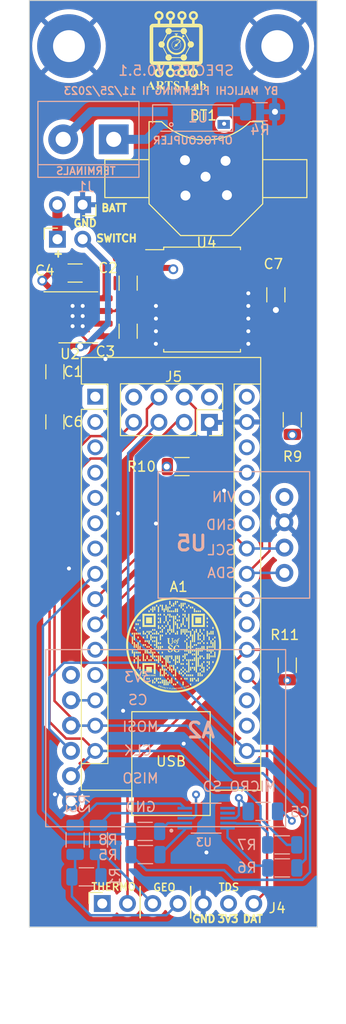
<source format=kicad_pcb>
(kicad_pcb (version 20221018) (generator pcbnew)
  (layers (0 "F.Cu" mixed "Single-GND-Front") (1 "In1.Cu" power "AGND Plane") (2 "In2.Cu" power "3V3 Power Plane") (31 "B.Cu" mixed "Single-GND-Back") (34 "B.Paste" user) (35 "F.Paste" user) (36 "B.SilkS" user "B.Silkscreen") (37 "F.SilkS" user "F.Silkscreen") (38 "B.Mask" user) (39 "F.Mask" user) (44 "Edge.Cuts" user))
  (net 0 "")
  (net 4 "GND")
  (net 8 "GEO_CS")
  (net 9 "CE")
  (net 10 "CSN")
  (net 11 "RTD")
  (net 12 "RTD_CS")
  (net 13 "SD_CS")
  (net 14 "MOSI")
  (net 15 "MISO")
  (net 16 "CLK")
  (net 17 "3V3")
  (net 19 "EC_DATA")
  (net 23 "SDA")
  (net 24 "SCL")
  (net 28 "Net-(BT1-+)")
  (net 29 "BATT")
  (net 30 "Net-(U2-VREG)")
  (net 31 "Net-(U2-REF)")
  (net 32 "GEO_AMP_1")
  (net 33 "GEO_AMP_0")
  (net 34 "GNDA")
  (net 35 "Net-(U2-BYP)")
  (net 36 "Net-(U3-AIN0)")
  (net 38 "Net-(U3-AIN1)")
  (net 39 "Net-(R4-Pad1)")
  (net 40 "Net-(U3-SCLK)")
  (net 41 "Net-(U3-DIN)")
  (net 42 "Net-(U3-DOUT{slash}~{DRDY})")
  (net 43 "Net-(U3-~{CS})")
  (net 49 "Net-(J1-Pin_1)")
  (net 50 "Net-(J1-Pin_2)")
  (net 51 "+BATT")
  (footprint "Capacitor_SMD:C_1206_3216Metric" (layer "F.Cu") (at 167.42 79.12)
    (fp_text reference "C4" (at -3.048 -0.254) (layer "F.SilkS"))
    (fp_text value "C_10uF")
    (pad "1" smd roundrect (at -1.475 0) (size 1.15 1.8) (layers "F.Cu" "F.Paste" "F.Mask") (roundrect_rratio 0.217391) (net 17 "3V3"))
    (pad "2" smd roundrect (at 1.475 0) (size 1.15 1.8) (layers "F.Cu" "F.Paste" "F.Mask") (roundrect_rratio 0.217391) (net 4 "GND"))
  )
  (footprint "Connector_PinSocket_2.54mm:PinSocket_2x04_P2.54mm_Vertical" (layer "F.Cu") (at 180.93 94.11 -90)
    (fp_text reference "J5" (at -4.576 3.604) (layer "F.SilkS"))
    (fp_text value "Conn_02x04")
    (pad "1" thru_hole rect (at 0 0 270) (size 1.7 1.7) (drill 1) (layers "*.Cu" "*.Mask") (net 4 "GND"))
    (pad "2" thru_hole oval (at -2.54 0 270) (size 1.7 1.7) (drill 1) (layers "*.Cu" "*.Mask") (net 17 "3V3"))
    (pad "3" thru_hole oval (at 0 2.54 270) (size 1.7 1.7) (drill 1) (layers "*.Cu" "*.Mask") (net 9 "CE"))
    (pad "4" thru_hole oval (at -2.54 2.54 270) (size 1.7 1.7) (drill 1) (layers "*.Cu" "*.Mask") (net 10 "CSN"))
    (pad "5" thru_hole oval (at 0 5.08 270) (size 1.7 1.7) (drill 1) (layers "*.Cu" "*.Mask") (net 16 "CLK"))
    (pad "6" thru_hole oval (at -2.54 5.08 270) (size 1.7 1.7) (drill 1) (layers "*.Cu" "*.Mask") (net 14 "MOSI"))
    (pad "7" thru_hole oval (at 0 7.62 270) (size 1.7 1.7) (drill 1) (layers "*.Cu" "*.Mask") (net 15 "MISO"))
    (pad "8" thru_hole oval (at -2.54 7.62 270) (size 1.7 1.7) (drill 1) (layers "*.Cu" "*.Mask"))
  )
  (footprint "MountingHole:MountingHole_3.2mm_M3_Pad" (layer "F.Cu") (at 166.8 56.34)
    (fp_text reference "H1" hide)
    (fp_text value "MountingHole_Pad")
    (pad "1" thru_hole circle (at 0 0) (size 6.4 6.4) (drill 3.2) (layers "*.Cu" "*.Mask") (net 4 "GND"))
  )
  (footprint "Connector_PinSocket_2.54mm:PinSocket_1x07_P2.54mm_Horizontal" (layer "F.Cu") (at 170.15 142.412 90)
    (fp_text reference "J4" (at -0.462 17.59 180) (layer "F.SilkS"))
    (fp_text value "Conn_01x07_Female")
    (pad "1" thru_hole rect (at 0 0 90) (size 1.7 1.7) (drill 1) (layers "*.Cu" "*.Mask") (net 17 "3V3"))
    (pad "2" thru_hole oval (at 0 2.54 90) (size 1.7 1.7) (drill 1) (layers "*.Cu" "*.Mask") (net 11 "RTD"))
    (pad "3" thru_hole oval (at 0 5.08 90) (size 1.7 1.7) (drill 1) (layers "*.Cu" "*.Mask") (net 33 "GEO_AMP_0"))
    (pad "4" thru_hole oval (at 0 7.62 90) (size 1.7 1.7) (drill 1) (layers "*.Cu" "*.Mask") (net 32 "GEO_AMP_1"))
    (pad "5" thru_hole oval (at 0 10.16 90) (size 1.7 1.7) (drill 1) (layers "*.Cu" "*.Mask") (net 4 "GND"))
    (pad "6" thru_hole oval (at 0 12.7 90) (size 1.7 1.7) (drill 1) (layers "*.Cu" "*.Mask") (net 17 "3V3"))
    (pad "7" thru_hole oval (at 0 15.24 90) (size 1.7 1.7) (drill 1) (layers "*.Cu" "*.Mask") (net 19 "EC_DATA"))
  )
  (footprint "Connector_PinSocket_2.54mm:PinSocket_1x02_P2.54mm_Horizontal" (layer "F.Cu") (at 168.178 72.262 -90)
    (fp_text reference "J2" hide)
    (fp_text value "Conn_01x02" hide)
    (pad "1" thru_hole rect (at 0 0 270) (size 1.7 1.7) (drill 1) (layers "*.Cu" "*.Mask") (net 4 "GND"))
    (pad "2" thru_hole oval (at 0 2.54 270) (size 1.7 1.7) (drill 1) (layers "*.Cu" "*.Mask") (net 51 "+BATT"))
  )
  (footprint "kitest:battery_holder_10mm" (layer "F.Cu") (at 180.57 69.64)
    (fp_text reference "BT1" (at -0.254 -6.35 180) (layer "F.SilkS"))
    (fp_text value "Battery_Cell")
    (pad "1" smd rect (at -8.255 0 270) (size 3.5 3.5) (layers "F.Cu" "F.Mask") (net 28 "Net-(BT1-+)"))
    (pad "1" smd rect (at 8.255 0 270) (size 3.5 3.5) (layers "F.Cu" "F.Mask") (net 28 "Net-(BT1-+)"))
    (pad "2" smd circle (at 0 0 270) (size 8 8) (layers "F.Cu" "F.Mask") (net 4 "GND"))
  )
  (footprint "kitest:ARTS_lab_logo" (layer "F.Cu") (at 177.58 56.768)
    (fp_text reference "G***" hide)
    (fp_text value "LOGO" hide)
  )
  (footprint "Package_SO:SOIC-8-1EP_3.9x4.9mm_P1.27mm_EP2.29x3mm" (layer "F.Cu") (at 167.739 83.565)
    (fp_text reference "U2" (at -0.827 3.683) (layer "F.SilkS"))
    (fp_text value "ADP7157-3.3")
    (pad "1" smd roundrect (at -2.475 -1.905) (size 1.95 0.6) (layers "F.Cu" "F.Paste" "F.Mask") (net 17 "3V3"))
    (pad "2" smd roundrect (at -2.475 -0.635) (size 1.95 0.6) (layers "F.Cu" "F.Paste" "F.Mask") (net 17 "3V3"))
    (pad "3" smd roundrect (at -2.475 0.635) (size 1.95 0.6) (layers "F.Cu" "F.Paste" "F.Mask") (net 35 "Net-(U2-BYP)"))
    (pad "4" smd roundrect (at -2.475 1.905) (size 1.95 0.6) (layers "F.Cu" "F.Paste" "F.Mask") (net 29 "BATT"))
    (pad "5" smd roundrect (at 2.475 1.905) (size 1.95 0.6) (layers "F.Cu" "F.Paste" "F.Mask") (net 31 "Net-(U2-REF)"))
    (pad "6" smd roundrect (at 2.475 0.635) (size 1.95 0.6) (layers "F.Cu" "F.Paste" "F.Mask") (net 31 "Net-(U2-REF)"))
    (pad "7" smd roundrect (at 2.475 -0.635) (size 1.95 0.6) (layers "F.Cu" "F.Paste" "F.Mask") (net 30 "Net-(U2-VREG)"))
    (pad "8" smd roundrect (at 2.475 -1.905) (size 1.95 0.6) (layers "F.Cu" "F.Paste" "F.Mask") (net 29 "BATT"))
    (pad "9" smd rect (at 0 0) (size 2.29 3) (layers "F.Cu" "F.Mask") (net 4 "GND"))
  )
  (footprint "Capacitor_SMD:C_1206_3216Metric" (layer "F.Cu") (at 172.754 84.962 90)
    (fp_text reference "C3" (at -2.032 -2.286 180) (layer "F.SilkS"))
    (fp_text value "C_1uF")
    (pad "1" smd roundrect (at -1.475 0 90) (size 1.15 1.8) (layers "F.Cu" "F.Paste" "F.Mask") (roundrect_rratio 0.217391) (net 31 "Net-(U2-REF)"))
    (pad "2" smd roundrect (at 1.475 0 90) (size 1.15 1.8) (layers "F.Cu" "F.Paste" "F.Mask") (roundrect_rratio 0.217391) (net 4 "GND"))
  )
  (footprint "Resistor_SMD:R_1206_3216Metric" (layer "F.Cu") (at 189.264 93.852 90)
    (fp_text reference "R9" (at -3.694 0.03 180) (layer "F.SilkS"))
    (fp_text value "R_1kOhm")
    (pad "1" smd roundrect (at -1.4625 0 90) (size 1.125 1.75) (layers "F.Cu" "F.Paste" "F.Mask") (roundrect_rratio 0.222222) (net 17 "3V3"))
    (pad "2" smd roundrect (at 1.4625 0 90) (size 1.125 1.75) (layers "F.Cu" "F.Paste" "F.Mask") (roundrect_rratio 0.222222) (net 23 "SDA"))
  )
  (footprint "Capacitor_SMD:C_1206_3216Metric" (layer "F.Cu") (at 165.388 94.057 -90)
    (fp_text reference "C6" (at 0 -1.85 -180) (layer "F.SilkS"))
    (fp_text value "C_1uF")
    (pad "1" smd roundrect (at -1.475 0 270) (size 1.15 1.8) (layers "F.Cu" "F.Paste" "F.Mask") (roundrect_rratio 0.217391) (net 35 "Net-(U2-BYP)"))
    (pad "2" smd roundrect (at 1.475 0 270) (size 1.15 1.8) (layers "F.Cu" "F.Paste" "F.Mask") (roundrect_rratio 0.217391) (net 4 "GND"))
  )
  (footprint "Resistor_SMD:R_1206_3216Metric" (layer "F.Cu") (at 188.756 118.49 -90)
    (fp_text reference "R11" (at -3.048 0.254 -180) (layer "F.SilkS"))
    (fp_text value "R_10K")
    (pad "1" smd roundrect (at -1.4625 0 270) (size 1.125 1.75) (layers "F.Cu" "F.Paste" "F.Mask") (roundrect_rratio 0.222222) (net 11 "RTD"))
    (pad "2" smd roundrect (at 1.4625 0 270) (size 1.125 1.75) (layers "F.Cu" "F.Paste" "F.Mask") (roundrect_rratio 0.222222) (net 34 "GNDA"))
  )
  (footprint "Module:Arduino_Nano" (layer "F.Cu") (at 169.445 91.535)
    (fp_text reference "A1" (at 8.389 19.081) (layer "F.SilkS"))
    (fp_text value "Arduino_Nano_v3.x")
    (fp_text user "USB" (at 7.62 36.607 unlocked) (layer "F.SilkS"))
    (pad "1" thru_hole rect (at 0 0) (size 1.6 1.6) (drill 1) (layers "*.Cu" "*.Mask"))
    (pad "2" thru_hole oval (at 0 2.54) (size 1.6 1.6) (drill 1) (layers "*.Cu" "*.Mask"))
    (pad "3" thru_hole oval (at 0 5.08) (size 1.6 1.6) (drill 1) (layers "*.Cu" "*.Mask"))
    (pad "4" thru_hole oval (at 0 7.62) (size 1.6 1.6) (drill 1) (layers "*.Cu" "*.Mask") (net 34 "GNDA"))
    (pad "5" thru_hole oval (at 0 10.16) (size 1.6 1.6) (drill 1) (layers "*.Cu" "*.Mask"))
    (pad "6" thru_hole oval (at 0 12.7) (size 1.6 1.6) (drill 1) (layers "*.Cu" "*.Mask"))
    (pad "7" thru_hole oval (at 0 15.24) (size 1.6 1.6) (drill 1) (layers "*.Cu" "*.Mask"))
    (pad "8" thru_hole oval (at 0 17.78) (size 1.6 1.6) (drill 1) (layers "*.Cu" "*.Mask") (net 8 "GEO_CS"))
    (pad "9" thru_hole oval (at 0 20.32) (size 1.6 1.6) (drill 1) (layers "*.Cu" "*.Mask") (net 9 "CE"))
    (pad "10" thru_hole oval (at 0 22.86) (size 1.6 1.6) (drill 1) (layers "*.Cu" "*.Mask") (net 10 "CSN"))
    (pad "11" thru_hole oval (at 0 25.4) (size 1.6 1.6) (drill 1) (layers "*.Cu" "*.Mask") (net 17 "3V3"))
    (pad "12" thru_hole oval (at 0 27.94) (size 1.6 1.6) (drill 1) (layers "*.Cu" "*.Mask") (net 12 "RTD_CS"))
    (pad "13" thru_hole oval (at 0 30.48) (size 1.6 1.6) (drill 1) (layers "*.Cu" "*.Mask") (net 13 "SD_CS"))
    (pad "14" thru_hole oval (at 0 33.02) (size 1.6 1.6) (drill 1) (layers "*.Cu" "*.Mask") (net 14 "MOSI"))
    (pad "15" thru_hole oval (at 0 35.56) (size 1.6 1.6) (drill 1) (layers "*.Cu" "*.Mask") (net 15 "MISO"))
    (pad "16" thru_hole oval (at 15.24 35.56) (size 1.6 1.6) (drill 1) (layers "*.Cu" "*.Mask") (net 16 "CLK"))
    (pad "17" thru_hole oval (at 15.24 33.02) (size 1.6 1.6) (drill 1) (layers "*.Cu" "*.Mask") (net 17 "3V3"))
    (pad "18" thru_hole oval (at 15.24 30.48) (size 1.6 1.6) (drill 1) (layers "*.Cu" "*.Mask") (net 17 "3V3"))
    (pad "19" thru_hole oval (at 15.24 27.94) (size 1.6 1.6) (drill 1) (layers "*.Cu" "*.Mask") (net 19 "EC_DATA"))
    (pad "20" thru_hole oval (at 15.24 25.4) (size 1.6 1.6) (drill 1) (layers "*.Cu" "*.Mask") (net 11 "RTD"))
    (pad "21" thru_hole oval (at 15.24 22.86) (size 1.6 1.6) (drill 1) (layers "*.Cu" "*.Mask"))
    (pad "22" thru_hole oval (at 15.24 20.32) (size 1.6 1.6) (drill 1) (layers "*.Cu" "*.Mask"))
    (pad "23" thru_hole oval (at 15.24 17.78) (size 1.6 1.6) (drill 1) (layers "*.Cu" "*.Mask") (net 23 "SDA"))
    (pad "24" thru_hole oval (at 15.24 15.24) (size 1.6 1.6) (drill 1) (layers "*.Cu" "*.Mask") (net 24 "SCL"))
    (pad "25" thru_hole oval (at 15.24 12.7) (size 1.6 1.6) (drill 1) (layers "*.Cu" "*.Mask"))
    (pad "26" thru_hole oval (at 15.24 10.16) (size 1.6 1.6) (drill 1) (layers "*.Cu" "*.Mask"))
    (pad "27" thru_hole oval (at 15.24 7.62) (size 1.6 1.6) (drill 1) (layers "*.Cu" "*.Mask"))
    (pad "28" thru_hole oval (at 15.24 5.08) (size 1.6 1.6) (drill 1) (layers "*.Cu" "*.Mask"))
    (pad "29" thru_hole oval (at 15.24 2.54) (size 1.6 1.6) (drill 1) (layers "*.Cu" "*.Mask") (net 4 "GND"))
    (pad "30" thru_hole oval (at 15.24 0) (size 1.6 1.6) (drill 1) (layers "*.Cu" "*.Mask"))
  )
  (footprint "Capacitor_SMD:C_1206_3216Metric" (layer "F.Cu") (at 172.754 80.136 90)
    (fp_text reference "C2" (at 1.524 -2.032 180) (layer "F.SilkS"))
    (fp_text value "C_1uF")
    (pad "1" smd roundrect (at -1.475 0 90) (size 1.15 1.8) (layers "F.Cu" "F.Paste" "F.Mask") (roundrect_rratio 0.217391) (net 30 "Net-(U2-VREG)"))
    (pad "2" smd roundrect (at 1.475 0 90) (size 1.15 1.8) (layers "F.Cu" "F.Paste" "F.Mask") (roundrect_rratio 0.217391) (net 4 "GND"))
  )
  (footprint "Package_SO:SOIC-16W_7.5x10.3mm_P1.27mm" (layer "F.Cu") (at 180.19 81.78)
    (fp_text reference "U4" (at 0.438 -5.708) (layer "F.SilkS"))
    (fp_text value "DS3231M")
    (pad "1" smd roundrect (at -4.65 -4.445) (size 2.05 0.6) (layers "F.Cu" "F.Paste" "F.Mask"))
    (pad "2" smd roundrect (at -4.65 -3.175) (size 2.05 0.6) (layers "F.Cu" "F.Paste" "F.Mask") (net 17 "3V3"))
    (pad "3" smd roundrect (at -4.65 -1.905) (size 2.05 0.6) (layers "F.Cu" "F.Paste" "F.Mask"))
    (pad "4" smd roundrect (at -4.65 -0.635) (size 2.05 0.6) (layers "F.Cu" "F.Paste" "F.Mask"))
    (pad "5" smd roundrect (at -4.65 0.635) (size 2.05 0.6) (layers "F.Cu" "F.Paste" "F.Mask") (net 4 "GND"))
    (pad "6" smd roundrect (at -4.65 1.905) (size 2.05 0.6) (layers "F.Cu" "F.Paste" "F.Mask") (net 4 "GND"))
    (pad "7" smd roundrect (at -4.65 3.175) (size 2.05 0.6) (layers "F.Cu" "F.Paste" "F.Mask") (net 4 "GND"))
    (pad "8" smd roundrect (at -4.65 4.445) (size 2.05 0.6) (layers "F.Cu" "F.Paste" "F.Mask") (net 4 "GND"))
    (pad "9" smd roundrect (at 4.65 4.445) (size 2.05 0.6) (layers "F.Cu" "F.Paste" "F.Mask") (net 4 "GND"))
    (pad "10" smd roundrect (at 4.65 3.175) (size 2.05 0.6) (layers "F.Cu" "F.Paste" "F.Mask") (net 4 "GND"))
    (pad "11" smd roundrect (at 4.65 1.905) (size 2.05 0.6) (layers "F.Cu" "F.Paste" "F.Mask") (net 4 "GND"))
    (pad "12" smd roundrect (at 4.65 0.635) (size 2.05 0.6) (layers "F.Cu" "F.Paste" "F.Mask") (net 4 "GND"))
    (pad "13" smd roundrect (at 4.65 -0.635) (size 2.05 0.6) (layers "F.Cu" "F.Paste" "F.Mask") (net 4 "GND"))
    (pad "14" smd roundrect (at 4.65 -1.905) (size 2.05 0.6) (layers "F.Cu" "F.Paste" "F.Mask") (net 28 "Net-(BT1-+)"))
    (pad "15" smd roundrect (at 4.65 -3.175) (size 2.05 0.6) (layers "F.Cu" "F.Paste" "F.Mask") (net 23 "SDA"))
    (pad "16" smd roundrect (at 4.65 -4.445) (size 2.05 0.6) (layers "F.Cu" "F.Paste" "F.Mask") (net 24 "SCL"))
  )
  (footprint "Connector_PinSocket_2.54mm:PinSocket_1x02_P2.54mm_Horizontal" (layer "F.Cu") (at 165.642 75.724 90)
    (fp_text reference "J3" hide)
    (fp_text value "Conn_01x02")
    (pad "1" thru_hole rect (at 0 0 90) (size 1.7 1.7) (drill 1) (layers "*.Cu" "*.Mask") (net 51 "+BATT"))
    (pad "2" thru_hole oval (at 0 2.54 90) (size 1.7 1.7) (drill 1) (layers "*.Cu" "*.Mask") (net 29 "BATT"))
  )
  (footprint "MountingHole:MountingHole_3.2mm_M3_Pad" (layer "F.Cu") (at 187.75 56.34)
    (fp_text reference "H2" hide)
    (fp_text value "MountingHole_Pad")
    (pad "1" thru_hole circle (at 0 0) (size 6.4 6.4) (drill 3.2) (layers "*.Cu" "*.Mask") (net 4 "GND"))
  )
  (footprint "Capacitor_SMD:C_1206_3216Metric" (layer "F.Cu") (at 187.61 81.306 90)
    (fp_text reference "C7" (at 3.097 -0.254 180) (layer "F.SilkS"))
    (fp_text value "C_0.1uF")
    (pad "1" smd roundrect (at -1.475 0 90) (size 1.15 1.8) (layers "F.Cu" "F.Paste" "F.Mask") (roundrect_rratio 0.217391) (net 4 "GND"))
    (pad "2" smd roundrect (at 1.475 0 90) (size 1.15 1.8) (layers "F.Cu" "F.Paste" "F.Mask") (roundrect_rratio 0.217391) (net 28 "Net-(BT1-+)"))
  )
  (footprint "Resistor_SMD:R_1206_3216Metric" (layer "F.Cu") (at 178.16 98.55)
    (fp_text reference "R10" (at -4.064 0) (layer "F.SilkS"))
    (fp_text value "R_1kOhm")
    (pad "1" smd roundrect (at -1.4625 0) (size 1.125 1.75) (layers "F.Cu" "F.Paste" "F.Mask") (roundrect_rratio 0.222222) (net 17 "3V3"))
    (pad "2" smd roundrect (at 1.4625 0) (size 1.125 1.75) (layers "F.Cu" "F.Paste" "F.Mask") (roundrect_rratio 0.222222) (net 24 "SCL"))
  )
  (footprint "Capacitor_SMD:C_1206_3216Metric" (layer "F.Cu") (at 165.388 89.026 -90)
    (fp_text reference "C1" (at 0 -1.85 -180) (layer "F.SilkS"))
    (fp_text value "C_10uF")
    (pad "1" smd roundrect (at -1.475 0 270) (size 1.15 1.8) (layers "F.Cu" "F.Paste" "F.Mask") (roundrect_rratio 0.217391) (net 29 "BATT"))
    (pad "2" smd roundrect (at 1.475 0 270) (size 1.15 1.8) (layers "F.Cu" "F.Paste" "F.Mask") (roundrect_rratio 0.217391) (net 4 "GND"))
  )
  (footprint "kitest:qrCode" (layer "B.Cu") (at 177.326 116.458 180)
    (fp_text reference "G***" hide)
    (fp_text value "LOGO" hide)
  )
  (footprint "kitest:SD Module" (layer "B.Cu") (at 178.435 135.972 180)
    (fp_text reference "A2" (at -1.651 10.954) (layer "B.SilkS") (effects (font (size 1.5 1.5) (thickness 0.3)) (justify mirror)))
    (fp_text value "SD_Card_Module")
    (fp_text user "3V3" (at 4.699 16.288) (layer "B.SilkS") (effects (justify mirror)))
    (fp_text user "CLK" (at 4.699 8.922) (layer "B.SilkS") (effects (justify mirror)))
    (fp_text user "MICRO SD" (at -5.495 5.29) (layer "B.SilkS") (effects (justify mirror)))
    (fp_text user "MOSI" (at 4.445 11.303) (layer "B.SilkS") (effects (justify mirror)))
    (fp_text user "CS" (at 4.699 14.002) (layer "B.SilkS") (effects (justify mirror)))
    (fp_text user "MISO" (at 4.445 6.128) (layer "B.SilkS") (effects (justify mirror)))
    (fp_text user "GND" (at 4.411 3.258) (layer "B.SilkS") (effects (justify mirror)))
    (pad "1" thru_hole circle (at 11.43 16.51 180) (size 1.8 1.8) (drill 1) (layers "*.Cu" "*.Mask") (net 17 "3V3"))
    (pad "2" thru_hole circle (at 11.43 13.97 180) (size 1.8 1.8) (drill 1) (layers "*.Cu" "*.Mask") (net 13 "SD_CS"))
    (pad "3" thru_hole circle (at 11.43 11.43 180) (size 1.8 1.8) (drill 1) (layers "*.Cu" "*.Mask") (net 14 "MOSI"))
    (pad "4" thru_hole circle (at 11.43 8.89 180) (size 1.8 1.8) (drill 1) (layers "*.Cu" "*.Mask") (net 16 "CLK"))
    (pad "5" thru_hole circle (at 11.43 6.35 180) (size 1.8 1.8) (drill 1) (layers "*.Cu" "*.Mask") (net 15 "MISO"))
    (pad "6" thru_hole circle (at 11.43 3.81 180) (size 1.8 1.8) (drill 1) (layers "*.Cu" "*.Mask") (net 4 "GND"))
  )
  (footprint "Resistor_SMD:R_1206_3216Metric" (layer "B.Cu") (at 169.77 136.0285 -90)
    (fp_text reference "R2" (at -3.6405 1.3885 -270) (layer "B.SilkS") (effects (justify mirror)))
    (fp_text value "RF1_1K")
    (pad "1" smd roundrect (at -1.4625 0 270) (size 1.125 1.75) (layers "B.Cu" "B.Paste" "B.Mask") (roundrect_rratio 0.222222) (net 36 "Net-(U3-AIN0)"))
    (pad "2" smd roundrect (at 1.4625 0 270) (size 1.125 1.75) (layers "B.Cu" "B.Paste" "B.Mask") (roundrect_rratio 0.222222) (net 33 "GEO_AMP_0"))
  )
  (footprint "Resistor_SMD:R_1206_3216Metric" (layer "B.Cu") (at 174.4875 137.5025)
    (fp_text reference "R5" (at -3.7655 0.0375) (layer "B.SilkS") (effects (justify mirror)))
    (fp_text value "R_50")
    (pad "1" smd roundrect (at -1.4625 0) (size 1.125 1.75) (layers "B.Cu" "B.Paste" "B.Mask") (roundrect_rratio 0.222222) (net 16 "CLK"))
    (pad "2" smd roundrect (at 1.4625 0) (size 1.125 1.75) (layers "B.Cu" "B.Paste" "B.Mask") (roundrect_rratio 0.222222) (net 40 "Net-(U3-SCLK)"))
  )
  (footprint "footprints:Vishay_VOS615A" (layer "B.Cu") (at 179.24 63.56)
    (fp_text reference "U1" (at 0.55 -0.075 180) (layer "B.SilkS") (effects (justify mirror)))
    (fp_text value "VO615A")
    (pad "1" smd rect (at -3.125 0.635) (size 1.25 0.9) (layers "B.Cu" "B.Paste" "B.Mask") (net 49 "Net-(J1-Pin_1)"))
    (pad "2" smd rect (at -3.125 -0.635) (size 1.25 0.9) (layers "B.Cu" "B.Paste" "B.Mask") (net 50 "Net-(J1-Pin_2)"))
    (pad "3" smd rect (at 3.125 -0.635) (size 1.25 0.9) (layers "B.Cu" "B.Paste" "B.Mask") (net 39 "Net-(R4-Pad1)"))
    (pad "4" smd rect (at 3.125 0.635) (size 1.25 0.9) (layers "B.Cu" "B.Paste" "B.Mask") (net 17 "3V3"))
  )
  (footprint "kitest:ADS1118_10VSSOP" (layer "B.Cu") (at 180.6 133.8425)
    (fp_text reference "U3" (at -0.226 2.4275) (layer "B.SilkS") (effects (font (size 0.8 0.8)) (justify mirror)))
    (fp_text value "ADS1118IDGS")
    (pad "1" smd roundrect (at -2.15 1) (size 1.47 0.28) (layers "B.Cu" "B.Paste" "B.Mask") (roundrect_rratio 0.04) (net 40 "Net-(U3-SCLK)"))
    (pad "2" smd roundrect (at -2.15 0.5) (size 1.47 0.28) (layers "B.Cu" "B.Paste" "B.Mask") (roundrect_rratio 0.04) (net 43 "Net-(U3-~{CS})"))
    (pad "3" smd roundrect (at -2.15 0) (size 1.47 0.28) (layers "B.Cu" "B.Paste" "B.Mask") (roundrect_rratio 0.04) (net 34 "GNDA"))
    (pad "4" smd roundrect (at -2.15 -0.5) (size 1.47 0.28) (layers "B.Cu" "B.Paste" "B.Mask") (roundrect_rratio 0.04) (net 36 "Net-(U3-AIN0)"))
    (pad "5" smd roundrect (at -2.15 -1) (size 1.47 0.28) (layers "B.Cu" "B.Paste" "B.Mask") (roundrect_rratio 0.04) (net 38 "Net-(U3-AIN1)"))
    (pad "6" smd roundrect (at 2.15 -1) (size 1.47 0.28) (layers "B.Cu" "B.Paste" "B.Mask") (roundrect_rratio 0.04))
    (pad "7" smd roundrect (at 2.15 -0.5) (size 1.47 0.28) (layers "B.Cu" "B.Paste" "B.Mask") (roundrect_rratio 0.04))
    (pad "8" smd roundrect (at 2.15 0) (size 1.47 0.28) (layers "B.Cu" "B.Paste" "B.Mask") (roundrect_rratio 0.04) (net 17 "3V3"))
    (pad "9" smd roundrect (at 2.15 0.5) (size 1.47 0.28) (layers "B.Cu" "B.Paste" "B.Mask") (roundrect_rratio 0.04) (net 42 "Net-(U3-DOUT{slash}~{DRDY})"))
    (pad "10" smd roundrect (at 2.15 1) (size 1.47 0.28) (layers "B.Cu" "B.Paste" "B.Mask") (roundrect_rratio 0.04) (net 41 "Net-(U3-DIN)"))
  )
  (footprint "TerminalBlock:TerminalBlock_bornier-2_P5.08mm" (layer "B.Cu") (at 171.3 65.7 180)
    (fp_text reference "J1" (at 2.78 -4.78) (layer "B.SilkS") (effects (justify mirror)))
    (fp_text value "Screw_Terminal")
    (pad "1" thru_hole rect (at 0 0 180) (size 3 3) (drill 1.52) (layers "*.Cu" "*.Mask") (net 49 "Net-(J1-Pin_1)"))
    (pad "2" thru_hole circle (at 5.08 0 180) (size 3 3) (drill 1.52) (layers "*.Cu" "*.Mask") (net 50 "Net-(J1-Pin_2)"))
  )
  (footprint "Resistor_SMD:R_1206_3216Metric" (layer "B.Cu") (at 186.02 62.93)
    (fp_text reference "R4" (at 0 1.82) (layer "B.SilkS") (effects (justify mirror)))
    (fp_text value "R_1.9kOhm")
    (pad "1" smd roundrect (at -1.4625 0) (size 1.125 1.75) (layers "B.Cu" "B.Paste" "B.Mask") (roundrect_rratio 0.222222) (net 39 "Net-(R4-Pad1)"))
    (pad "2" smd roundrect (at 1.4625 0) (size 1.125 1.75) (layers "B.Cu" "B.Paste" "B.Mask") (roundrect_rratio 0.222222) (net 4 "GND"))
  )
  (footprint "kitest:TDS_module" (layer "B.Cu") (at 183.388 105.41)
    (fp_text reference "U5" (at -4.268 0.83) (layer "B.SilkS") (effects (font (size 1.5 1.5) (thickness 0.3)) (justify mirror)))
    (fp_text value "BME260")
    (fp_text user "SDA" (at -1.27 3.81) (layer "B.SilkS") (effects (justify mirror)))
    (fp_text user "SCL" (at -1.27 1.524) (layer "B.SilkS") (effects (justify mirror)))
    (fp_text user "VIN" (at -1.016 -3.81) (layer "B.SilkS") (effects (justify mirror)))
    (fp_text user "GND" (at -1.27 -1.016) (layer "B.SilkS") (effects (justify mirror)))
    (pad "10" thru_hole circle (at 5.08 -1.27) (size 1.8 1.8) (drill 1) (layers "*.Cu" "*.Mask") (net 4 "GND"))
    (pad "11" thru_hole circle (at 5.08 1.27) (size 1.8 1.8) (drill 1) (layers "*.Cu" "*.Mask") (net 24 "SCL"))
    (pad "12" thru_hole circle (at 5.08 3.81) (size 1.8 1.8) (drill 1) (layers "*.Cu" "*.Mask") (net 23 "SDA"))
    (pad "13" thru_hole circle (at 5.08 -3.81) (size 1.8 1.8) (drill 1) (layers "*.Cu" "*.Mask") (net 17 "3V3"))
  )
  (footprint "Capacitor_SMD:C_1206_3216Metric" (layer "B.Cu") (at 186.31 133.1625)
    (fp_text reference "C5" (at 3.716 0.0595) (layer "B.SilkS") (effects (justify mirror)))
    (fp_text value "C_0.1uF")
    (pad "1" smd roundrect (at -1.475 0) (size 1.15 1.8) (layers "B.Cu" "B.Paste" "B.Mask") (roundrect_rratio 0.217391) (net 17 "3V3"))
    (pad "2" smd roundrect (at 1.475 0) (size 1.15 1.8) (layers "B.Cu" "B.Paste" "B.Mask") (roundrect_rratio 0.217391) (net 34 "GNDA"))
  )
  (footprint "Resistor_SMD:R_1206_3216Metric" (layer "B.Cu") (at 174.46 135.1725)
    (fp_text reference "R8" (at -3.738 0.8435) (layer "B.SilkS") (effects (justify mirror)))
    (fp_text value "R_50")
    (pad "1" smd roundrect (at -1.4625 0) (size 1.125 1.75) (layers "B.Cu" "B.Paste" "B.Mask") (roundrect_rratio 0.222222) (net 8 "GEO_CS"))
    (pad "2" smd roundrect (at 1.4625 0) (size 1.125 1.75) (layers "B.Cu" "B.Paste" "B.Mask") (roundrect_rratio 0.222222) (net 43 "Net-(U3-~{CS})"))
  )
  (footprint "Resistor_SMD:R_1206_3216Metric" (layer "B.Cu") (at 188.258 138.834 180)
    (fp_text reference "R6" (at 3.566 0.024) (layer "B.SilkS") (effects (justify mirror)))
    (fp_text value "R_50")
    (pad "1" smd roundrect (at -1.4625 0 180) (size 1.125 1.75) (layers "B.Cu" "B.Paste" "B.Mask") (roundrect_rratio 0.222222) (net 14 "MOSI"))
    (pad "2" smd roundrect (at 1.4625 0 180) (size 1.125 1.75) (layers "B.Cu" "B.Paste" "B.Mask") (roundrect_rratio 0.222222) (net 41 "Net-(U3-DIN)"))
  )
  (footprint "Resistor_SMD:R_1206_3216Metric" (layer "B.Cu") (at 168.56 139.736 180)
    (fp_text reference "R1" (at -2.8695 -0.018 90) (layer "B.SilkS") (effects (justify mirror)))
    (fp_text value "R_1K")
    (pad "1" smd roundrect (at -1.4625 0 180) (size 1.125 1.75) (layers "B.Cu" "B.Paste" "B.Mask") (roundrect_rratio 0.222222) (net 33 "GEO_AMP_0"))
    (pad "2" smd roundrect (at 1.4625 0 180) (size 1.125 1.75) (layers "B.Cu" "B.Paste" "B.Mask") (roundrect_rratio 0.222222) (net 32 "GEO_AMP_1"))
  )
  (footprint "Resistor_SMD:R_1206_3216Metric" (layer "B.Cu") (at 167.42 136.016 -90)
    (fp_text reference "R3" (at -3.628 0.3085 -270) (layer "B.SilkS") (effects (justify mirror)))
    (fp_text value "RF2_1K")
    (pad "1" smd roundrect (at -1.4625 0 270) (size 1.125 1.75) (layers "B.Cu" "B.Paste" "B.Mask") (roundrect_rratio 0.222222) (net 38 "Net-(U3-AIN1)"))
    (pad "2" smd roundrect (at 1.4625 0 270) (size 1.125 1.75) (layers "B.Cu" "B.Paste" "B.Mask") (roundrect_rratio 0.222222) (net 32 "GEO_AMP_1"))
  )
  (footprint "Resistor_SMD:R_1206_3216Metric" (layer "B.Cu") (at 188.248 136.524 180)
    (fp_text reference "R7" (at 3.556 0) (layer "B.SilkS") (effects (justify mirror)))
    (fp_text value "R_50")
    (pad "1" smd roundrect (at -1.4625 0 180) (size 1.125 1.75) (layers "B.Cu" "B.Paste" "B.Mask") (roundrect_rratio 0.222222) (net 15 "MISO"))
    (pad "2" smd roundrect (at 1.4625 0 180) (size 1.125 1.75) (layers "B.Cu" "B.Paste" "B.Mask") (roundrect_rratio 0.222222) (net 42 "Net-(U3-DOUT{slash}~{DRDY})"))
  )
  (gr_line (start 179.04 143.872) (end 179.04 140.7) (stroke (width 0.15)) (layer "F.SilkS"))
  (gr_line (start 173.96 143.83) (end 173.96 140.72) (stroke (width 0.15)) (layer "F.SilkS"))
  (gr_rect (start 162.814 51.76) (end 191.77 144.78) (stroke (width 0.1)) (fill none) (layer "Edge.Cuts"))
  (gr_text "BY MALICHI FLEMMING II 11/25/2023" (at 177.072 60.832) (layer "B.SilkS") (effects (font (size 0.75 0.75)) (justify mirror)))
  (gr_text "SPECIES V0.5.1" (at 177.58 58.8) (layer "B.SilkS") (effects (font (size 1 1)) (justify mirror)))
  (gr_text "TERMINALS" (at 168.5 68.87) (layer "B.SilkS") (effects (font (size 0.75 0.75)) (justify mirror)))
  (gr_text "OPTOCOUPLER" (at 179.26 65.81) (layer "B.SilkS") (effects (font (size 0.75 0.75)) (justify mirror)))
  (gr_text "GND" (at 167.166 74.548) (layer "F.SilkS") (effects (font (size 0.75 0.75) (thickness 0.1875) bold) (justify left bottom)))
  (gr_text "DAT" (at 184.184 144.398) (layer "F.SilkS") (effects (font (size 0.75 0.75) (thickness 0.1875) bold) (justify left bottom)))
  (gr_text "3V3" (at 181.644 144.398) (layer "F.SilkS") (effects (font (size 0.75 0.75) (thickness 0.1875) bold) (justify left bottom)))
  (gr_text "BATT" (at 169.96 73.024) (layer "F.SilkS") (effects (font (size 0.75 0.75) (thickness 0.1875) bold) (justify left bottom)))
  (gr_text "THERMO" (at 171.29 140.74) (layer "F.SilkS") (effects (font (size 0.75 0.75))))
  (gr_text "GEO" (at 176.4 140.79) (layer "F.SilkS") (effects (font (size 0.75 0.75))))
  (gr_text "+" (at 165.134 77.596) (layer "F.SilkS") (effects (font (size 0.75 0.75) (thickness 0.1875) bold) (justify left bottom)))
  (gr_text "SWITCH" (at 169.452 76.072) (layer "F.SilkS") (effects (font (size 0.75 0.75) (thickness 0.1875) bold) (justify left bottom)))
  (gr_text "GND" (at 179.104 144.398) (layer "F.SilkS") (effects (font (size 0.75 0.75) (thickness 0.1875) bold) (justify left bottom)))
  (gr_text "TDS" (at 182.89 140.78) (layer "F.SilkS") (effects (font (size 0.75 0.75))))
  (segment (start 175.54 82.415) (end 175.54 86.225) (width 0.25) (layer "F.Cu") (net 4))
  (segment (start 184.84 81.145) (end 184.84 86.225) (width 0.25) (layer "F.Cu") (net 4))
  (segment (start 170.468 87.756) (end 167.739 85.027) (width 0.25) (layer "F.Cu") (net 4))
  (segment (start 167.739 85.027) (end 167.739 83.565) (width 0.25) (layer "F.Cu") (net 4))
  (via (at 184.84 83.692) (size 0.7) (drill 0.4) (layers "F.Cu" "B.Cu") (net 4))
  (via (at 180.628 137.286) (size 0.8) (drill 0.4) (layers "F.Cu" "B.Cu") (net 4))
  (via (at 182.69 71.3) (size 1.4) (drill 1) (layers "F.Cu" "B.Cu") (net 4))
  (via (at 178.52 71.34) (size 1.4) (drill 1) (layers "F.Cu" "B.Cu") (net 4))
  (via (at 168.182 83.438) (size 0.7) (drill 0.4) (layers "F.Cu" "B.Cu") (net 4))
  (via (at 178.47 67.79) (size 1.4) (drill 1) (layers "F.Cu" "B.Cu") (net 4))
  (via (at 171.738 103.25) (size 0.8) (drill 0.4) (layers "F.Cu" "B.Cu") (net 4))
  (via (at 165.388 131.444) (size 0.8) (drill 0.4) (layers "F.Cu" "B.Cu") (net 4))
  (via (at 168.182 84.454) (size 0.7) (drill 0.4) (layers "F.Cu" "B.Cu") (net 4))
  (via (at 184.84 81.152) (size 0.7) (drill 0.4) (layers "F.Cu" "B.Cu") (net 4))
  (via (at 184.84 84.962) (size 0.7) (drill 0.4) (layers "F.Cu" "B.Cu") (net 4))
  (via (at 187.61 82.83) (size 1) (drill 0.6) (layers "F.Cu" "B.Cu") (net 4))
  (via (at 167.166 82.422) (size 0.7) (drill 0.4) (layers "F.Cu" "B.Cu") (net 4))
  (via (at 184.84 86.225) (size 0.7) (drill 0.4) (layers "F.Cu" "B.Cu") (net 4))
  (via (at 166.8 108.78) (size 0.8) (drill 0.4) (layers "F.Cu" "B.Cu") (net 4))
  (via (at 168.182 82.422) (size 0.7) (drill 0.4) (layers "F.Cu" "B.Cu") (net 4))
  (via (at 184.84 82.422) (size 0.7) (drill 0.4) (layers "F.Cu" "B.Cu") (net 4))
  (via (at 182.55 67.86) (size 1.4) (drill 1) (layers "F.Cu" "B.Cu") (net 4))
  (via (at 175.548 104.266) (size 0.8) (drill 0.4) (layers "F.Cu" "B.Cu") (net 4))
  (via (at 175.548 84.962) (size 0.7) (drill 0.4) (layers "F.Cu" "B.Cu") (net 4))
  (via (at 187.52 62.93) (size 1) (drill 0.6) (layers "F.Cu" "B.Cu") (net 4))
  (via (at 180.54 69.45) (size 1.4) (drill 1) (layers "F.Cu" "B.Cu") (net 4))
  (via (at 175.54 86.225) (size 0.7) (drill 0.4) (layers "F.Cu" "B.Cu") (net 4))
  (via (at 175.548 83.692) (size 0.7) (drill 0.4) (layers "F.Cu" "B.Cu") (net 4))
  (via (at 175.548 82.422) (size 0.7) (drill 0.4) (layers "F.Cu" "B.Cu") (net 4))
  (via (at 172.246 123.062) (size 0.8) (drill 0.4) (layers "F.Cu" "B.Cu") (net 4))
  (via (at 170.468 87.756) (size 0.8) (drill 0.4) (layers "F.Cu" "B.Cu") (net 4))
  (via (at 182.406 100.964) (size 0.8) (drill 0.4) (layers "F.Cu" "B.Cu") (net 4))
  (via (at 178.342 126.364) (size 0.8) (drill 0.4) (layers "F.Cu" "B.Cu") (net 4))
  (via (at 167.166 83.438) (size 0.7) (drill 0.4) (layers "F.Cu" "B.Cu") (net 4))
  (via (at 167.166 84.454) (size 0.7) (drill 0.4) (layers "F.Cu" "B.Cu") (net 4))
  (segment (start 172.9975 135.1725) (end 172.7165 135.4535) (width 0.25) (layer "B.Cu") (net 8))
  (segment (start 164.18 133.064173) (end 164.18 114.58) (width 0.25) (layer "B.Cu") (net 8))
  (segment (start 164.18 114.58) (end 169.445 109.315) (width 0.25) (layer "B.Cu") (net 8))
  (segment (start 166.569327 135.4535) (end 164.18 133.064173) (width 0.25) (layer "B.Cu") (net 8))
  (segment (start 172.7165 135.4535) (end 166.569327 135.4535) (width 0.25) (layer "B.Cu") (net 8))
  (segment (start 177.576 94.11) (end 178.39 94.11) (width 0.25) (layer "F.Cu") (net 9))
  (segment (start 173.897 107.403) (end 173.897 97.789) (width 0.25) (layer "F.Cu") (net 9))
  (segment (start 173.897 97.789) (end 177.576 94.11) (width 0.25) (layer "F.Cu") (net 9))
  (segment (start 169.445 111.855) (end 173.897 107.403) (width 0.25) (layer "F.Cu") (net 9))
  (segment (start 178.14 105.7) (end 169.445 114.395) (width 0.25) (layer "F.Cu") (net 10))
  (segment (start 179.565 96.375) (end 178.14 97.8) (width 0.25) (layer "F.Cu") (net 10))
  (segment (start 178.39 91.57) (end 179.565 92.745) (width 0.25) (layer "F.Cu") (net 10))
  (segment (start 179.565 92.745) (end 179.565 96.375) (width 0.25) (layer "F.Cu") (net 10))
  (segment (start 178.14 97.8) (end 178.14 105.7) (width 0.25) (layer "F.Cu") (net 10))
  (segment (start 188.6635 116.935) (end 188.756 117.0275) (width 0.25) (layer "F.Cu") (net 11))
  (segment (start 172.69 142.412) (end 172.69 128.93) (width 0.25) (layer "F.Cu") (net 11))
  (segment (start 172.69 128.93) (end 184.685 116.935) (width 0.25) (layer "F.Cu") (net 11))
  (segment (start 184.685 116.935) (end 188.6635 116.935) (width 0.25) (layer "F.Cu") (net 11))
  (segment (start 167.018 122.015) (end 167.005 122.002) (width 0.25) (layer "B.Cu") (net 13))
  (segment (start 169.445 122.015) (end 167.018 122.015) (width 0.25) (layer "B.Cu") (net 13))
  (segment (start 171.341701 97.74) (end 174.64 94.441701) (width 0.25) (layer "F.Cu") (net 14))
  (segment (start 169.445 124.555) (end 167.825588 124.555) (width 0.25) (layer "F.Cu") (net 14))
  (segment (start 165.35 122.079412) (end 165.35 101.369009) (width 0.25) (layer "F.Cu") (net 14))
  (segment (start 174.64 94.441701) (end 174.64 92.78) (width 0.25) (layer "F.Cu") (net 14))
  (segment (start 168.979009 97.74) (end 171.341701 97.74) (width 0.25) (layer "F.Cu") (net 14))
  (segment (start 167.825588 124.555) (end 165.35 122.079412) (width 0.25) (layer "F.Cu") (net 14))
  (segment (start 174.64 92.78) (end 175.85 91.57) (width 0.25) (layer "F.Cu") (net 14))
  (segment (start 165.35 101.369009) (end 168.979009 97.74) (width 0.25) (layer "F.Cu") (net 14))
  (segment (start 178.652069 124.555) (end 169.445 124.555) (width 0.25) (layer "B.Cu") (net 14))
  (segment (start 183.427068 129.33) (end 178.652069 124.555) (width 0.25) (layer "B.Cu") (net 14))
  (segment (start 169.445 124.555) (end 167.018 124.555) (width 0.25) (layer "B.Cu") (net 14))
  (segment (start 167.018 124.555) (end 167.005 124.542) (width 0.25) (layer "B.Cu") (net 14))
  (segment (start 189.7205 138.834) (end 190.598 137.9565) (width 0.25) (layer "B.Cu") (net 14))
  (segment (start 190.598 137.9565) (end 190.598 133.63) (width 0.25) (layer "B.Cu") (net 14))
  (segment (start 186.298 129.33) (end 183.427068 129.33) (width 0.25) (layer "B.Cu") (net 14))
  (segment (start 190.598 133.63) (end 186.298 129.33) (width 0.25) (layer "B.Cu") (net 14))
  (segment (start 173.31 94.11) (end 171.93 95.49) (width 0.25) (layer "F.Cu") (net 15))
  (segment (start 171.93 95.49) (end 168.979009 95.49) (width 0.25) (layer "F.Cu") (net 15))
  (segment (start 164.85 99.619009) (end 164.85 124.186412) (width 0.25) (layer "F.Cu") (net 15))
  (segment (start 168.979009 95.49) (end 164.85 99.619009) (width 0.25) (layer "F.Cu") (net 15))
  (segment (start 164.85 124.186412) (end 166.520588 125.857) (width 0.25) (layer "F.Cu") (net 15))
  (segment (start 166.520588 125.857) (end 168.207 125.857) (width 0.25) (layer "F.Cu") (net 15))
  (segment (start 168.207 125.857) (end 169.445 127.095) (width 0.25) (layer "F.Cu") (net 15))
  (segment (start 184.250673 130.79) (end 181.57 130.79) (width 0.25) (layer "B.Cu") (net 15))
  (segment (start 189.7105 136.524) (end 188.7215 136.524) (width 0.25) (layer "B.Cu") (net 15))
  (segment (start 186.06 133.8625) (end 186.06 132.599327) (width 0.25) (layer "B.Cu") (net 15))
  (segment (start 169.445 127.095) (end 167.005 129.535) (width 0.25) (layer "B.Cu") (net 15))
  (segment (start 169.445 127.095) (end 177.875 127.095) (width 0.25) (layer "B.Cu") (net 15))
  (segment (start 181.57 130.79) (end 177.875 127.095) (width 0.25) (layer "B.Cu") (net 15))
  (segment (start 167.005 129.535) (end 167.005 129.622) (width 0.25) (layer "B.Cu") (net 15))
  (segment (start 186.06 132.599327) (end 184.250673 130.79) (width 0.25) (layer "B.Cu") (net 15))
  (segment (start 188.7215 136.524) (end 186.06 133.8625) (width 0.25) (layer "B.Cu") (net 15))
  (segment (start 191.048 139.257172) (end 191.048 131.09) (width 0.25) (layer "B.Cu") (net 16))
  (segment (start 164.82 124.897) (end 167.005 127.082) (width 0.25) (layer "B.Cu") (net 16))
  (segment (start 175.827 118.237) (end 166.313 118.237) (width 0.25) (layer "B.Cu") (net 16))
  (segment (start 164.82 119.73) (end 164.82 124.897) (width 0.25) (layer "B.Cu") (net 16))
  (segment (start 190.271173 140.034) (end 183.3775 140.034) (width 0.25) (layer "B.Cu") (net 16))
  (segment (start 175.827 118.237) (end 172.754 115.164) (width 0.25) (layer "B.Cu") (net 16))
  (segment (start 172.754 115.164) (end 172.754 97.206) (width 0.25) (layer "B.Cu") (net 16))
  (segment (start 174.585 139.0625) (end 173.025 137.5025) (width 0.25) (layer "B.Cu") (net 16))
  (segment (start 182.406 139.0625) (end 174.585 139.0625) (width 0.25) (layer "B.Cu") (net 16))
  (segment (start 175.827 118.237) (end 184.685 127.095) (width 0.25) (layer "B.Cu") (net 16))
  (segment (start 183.3775 140.034) (end 182.406 139.0625) (width 0.25) (layer "B.Cu") (net 16))
  (segment (start 190.271173 140.034) (end 191.048 139.257172) (width 0.25) (layer "B.Cu") (net 16))
  (segment (start 166.313 118.237) (end 164.82 119.73) (width 0.25) (layer "B.Cu") (net 16))
  (segment (start 172.754 97.206) (end 175.85 94.11) (width 0.25) (layer "B.Cu") (net 16))
  (segment (start 191.048 131.09) (end 187.053 127.095) (width 0.25) (layer "B.Cu") (net 16))
  (segment (start 187.053 127.095) (end 184.685 127.095) (width 0.25) (layer "B.Cu") (net 16))
  (segment (start 177.157 78.605) (end 177.292 78.74) (width 0.6) (layer "F.Cu") (net 17))
  (segment (start 165.264 81.66) (end 165.264 82.93) (width 0.6) (layer "F.Cu") (net 17))
  (segment (start 165.264 81.028) (end 164.118 79.882) (width 0.6) (layer "F.Cu") (net 17))
  (segment (start 175.54 78.605) (end 177.157 78.605) (width 0.6) (layer "F.Cu") (net 17))
  (segment (start 165.264 81.66) (end 165.264 81.028) (width 0.6) (layer "F.Cu") (net 17))
  (segment (start 165.945 79.12) (end 164.88 79.12) (width 0.6) (layer "F.Cu") (net 17))
  (segment (start 164.88 79.12) (end 164.118 79.882) (width 0.6) (layer "F.Cu") (net 17))
  (via (at 164.118 79.882) (size 1) (drill 0.6) (layers "F.Cu" "B.Cu") (net 17))
  (via (at 183.89 131.81) (size 0.8) (drill 0.4) (layers "F.Cu" "B.Cu") (net 17))
  (via (at 189.264 95.376) (size 1) (drill 0.6) (layers "F.Cu" "B.Cu") (net 17))
  (via (at 176.636 98.55) (size 1) (drill 0.6) (layers "F.Cu" "B.Cu") (net 17))
  (via (at 182.406 64.134) (size 0.8) (drill 0.4) (layers "F.Cu" "B.Cu") (net 17))
  (via (at 177.292 78.74) (size 1) (drill 0.6) (layers "F.Cu" "B.Cu") (net 17))
  (segment (start 182.365 64.195) (end 182.406 64.134) (width 0.4) (layer "B.Cu") (net 17))
  (segment (start 182.75 133.8425) (end 183.578059 133.8425) (width 0.25) (layer "B.Cu") (net 17))
  (segment (start 183.89 133.530559) (end 183.89 131.81) (width 0.25) (layer "B.Cu") (net 17))
  (segment (start 184.835 133.1625) (end 184.835 132.755) (width 0.25) (layer "B.Cu") (net 17))
  (segment (start 184.835 132.755) (end 183.89 131.81) (width 0.25) (layer "B.Cu") (net 17))
  (segment (start 183.578059 133.8425) (end 183.89 133.530559) (width 0.25) (layer "B.Cu") (net 17))
  (segment (start 186.724 121.514) (end 186.724 141.078) (width 0.25) (layer "F.Cu") (net 19))
  (segment (start 186.724 141.078) (end 185.39 142.412) (width 0.25) (layer "F.Cu") (net 19))
  (segment (start 184.685 119.475) (end 186.724 121.514) (width 0.25) (layer "F.Cu") (net 19))
  (segment (start 182.88 80.01) (end 182.88 86.706) (width 0.25) (layer "F.Cu") (net 23))
  (segment (start 186.97 107.03) (end 184.685 109.315) (width 0.25) (layer "F.Cu") (net 23))
  (segment (start 184.84 78.605) (end 184.285 78.605) (width 0.25) (layer "F.Cu") (net 23))
  (segment (start 184.285 78.605) (end 182.88 80.01) (width 0.25) (layer "F.Cu") (net 23))
  (segment (start 189.264 92.3895) (end 186.97 94.6835) (width 0.25) (layer "F.Cu") (net 23))
  (segment (start 186.97 94.6835) (end 186.97 107.03) (width 0.25) (layer "F.Cu") (net 23))
  (segment (start 188.5635 92.3895) (end 189.264 92.3895) (width 0.25) (layer "F.Cu") (net 23))
  (segment (start 182.88 86.706) (end 188.5635 92.3895) (width 0.25) (layer "F.Cu") (net 23))
  (segment (start 188.468 109.22) (end 184.78 109.22) (width 0.25) (layer "B.Cu") (net 23))
  (segment (start 184.78 109.22) (end 184.685 109.315) (width 0.25) (layer "B.Cu") (net 23))
  (segment (start 183.388 77.216) (end 181.864 78.74) (width 0.25) (layer "F.Cu") (net 24))
  (segment (start 180.894 100.468) (end 180.894 102.984) (width 0.25) (layer "F.Cu") (net 24))
  (segment (start 179.6225 98.55) (end 179.6225 99.1965) (width 0.25) (layer "F.Cu") (net 24))
  (segment (start 184.84 77.335) (end 184.721 77.216) (width 0.25) (layer "F.Cu") (net 24))
  (segment (start 182.914 95.2585) (end 179.6225 98.55) (width 0.25) (layer "F.Cu") (net 24))
  (segment (start 181.864 87.214) (end 182.914 88.264) (width 0.25) (layer "F.Cu") (net 24))
  (segment (start 179.6225 98.55) (end 180.4325 97.74) (width 0.25) (layer "F.Cu") (net 24))
  (segment (start 184.685 106.775) (end 180.894 102.984) (width 0.25) (layer "F.Cu") (net 24))
  (segment (start 179.6225 99.1965) (end 180.894 100.468) (width 0.25) (layer "F.Cu") (net 24))
  (segment (start 184.721 77.216) (end 183.388 77.216) (width 0.25) (layer "F.Cu") (net 24))
  (segment (start 182.914 88.264) (end 182.914 95.2585) (width 0.25) (layer "F.Cu") (net 24))
  (segment (start 181.864 78.74) (end 181.864 87.214) (width 0.25) (layer "F.Cu") (net 24))
  (segment (start 184.685 106.775) (end 188.373 106.775) (width 0.25) (layer "B.Cu") (net 24))
  (segment (start 188.373 106.775) (end 188.468 106.68) (width 0.25) (layer "B.Cu") (net 24))
  (segment (start 187.198 74.676) (end 188.662 73.212) (width 0.6) (layer "F.Cu") (net 28))
  (segment (start 187.198 74.676) (end 177.886 74.676) (width 0.6) (layer "F.Cu") (net 28))
  (segment (start 187.198 77.62) (end 187.198 78.191239) (width 0.6) (layer "F.Cu") (net 28))
  (segment (start 187.198 77.62) (end 187.198 79.419) (width 0.6) (layer "F.Cu") (net 28))
  (segment (start 187.198 79.419) (end 187.61 79.831) (width 0.6) (layer "F.Cu") (net 28))
  (segment (start 188.825 73.049) (end 188.825 69.64) (width 0.6) (layer "F.Cu") (net 28))
  (segment (start 187.198 74.676) (end 187.198 77.62) (width 0.6) (layer "F.Cu") (net 28))
  (segment (start 187.198 78.191239) (end 185.514239 79.875) (width 0.6) (layer "F.Cu") (net 28))
  (segment (start 172.85 69.64) (end 172.315 69.64) (width 0.6) (layer "F.Cu") (net 28))
  (segment (start 185.514239 79.875) (end 184.84 79.875) (width 0.6) (layer "F.Cu") (net 28))
  (segment (start 188.662 73.212) (end 188.825 73.049) (width 0.6) (layer "F.Cu") (net 28))
  (segment (start 177.886 74.676) (end 172.85 69.64) (width 0.6) (layer "F.Cu") (net 28))
  (segment (start 168.182 75.724) (end 170.478 78.02) (width 0.6) (layer "F.Cu") (net 29))
  (segment (start 165.264 87.427) (end 165.388 87.551) (width 0.25) (layer "F.Cu") (net 29))
  (segment (start 167.928 86.486) (end 166.28 86.486) (width 0.6) (layer "F.Cu") (net 29))
  (segment (start 170.478 81.396) (end 170.214 81.66) (width 0.6) (layer "F.Cu") (net 29))
  (segment (start 165.264 85.47) (end 165.264 87.427) (width 0.6) (layer "F.Cu") (net 29))
  (segment (start 166.28 86.486) (end 165.264 85.47) (width 0.6) (layer "F.Cu") (net 29))
  (segment (start 170.478 78.02) (end 170.478 81.396) (width 0.6) (layer "F.Cu") (net 29))
  (segment (start 170.214 77.756) (end 168.182 75.724) (width 0.6) (layer "F.Cu") (net 29))
  (via (at 167.928 86.486) (size 1) (drill 0.6) (layers "F.Cu" "B.Cu") (net 29))
  (segment (start 170.722 84.2) (end 168.436 86.486) (width 0.6) (layer "B.Cu") (net 29))
  (segment (start 170.722 78.264) (end 170.722 84.2) (width 0.6) (layer "B.Cu") (net 29))
  (segment (start 168.182 75.724) (end 170.722 78.264) (width 0.6) (layer "B.Cu") (net 29))
  (segment (start 168.436 86.486) (end 167.928 86.486) (width 0.6) (layer "B.Cu") (net 29))
  (segment (start 171.435 82.93) (end 172.754 81.611) (width 0.25) (layer "F.Cu") (net 30))
  (segment (start 170.214 82.93) (end 171.435 82.93) (width 0.25) (layer "F.Cu") (net 30))
  (segment (start 171.181 86.437) (end 172.754 86.437) (width 0.25) (layer "F.Cu") (net 31))
  (segment (start 170.214 85.47) (end 171.181 86.437) (width 0.25) (layer "F.Cu") (net 31))
  (segment (start 170.214 84.2) (end 170.214 85.47) (width 0.25) (layer "F.Cu") (net 31))
  (segment (start 177.77 142.412) (end 176.595 143.587) (width 0.25) (layer "B.Cu") (net 32))
  (segment (start 167.42 137.4785) (end 167.42 139.2935) (width 0.25) (layer "B.Cu") (net 32))
  (segment (start 168.975 143.587) (end 167.0975 141.7095) (width 0.25) (layer "B.Cu") (net 32))
  (segment (start 167.0975 141.7095) (end 167.0975 139.736) (width 0.25) (layer "B.Cu") (net 32))
  (segment (start 176.595 143.587) (end 168.975 143.587) (width 0.25) (layer "B.Cu") (net 32))
  (segment (start 167.42 139.2935) (end 167.0675 139.646) (width 0.25) (layer "B.Cu") (net 32))
  (segment (start 175.23 142.412) (end 172.191 139.373) (width 0.25) (layer "B.Cu") (net 33))
  (segment (start 172.191 139.373) (end 170.309 137.491) (width 0.25) (layer "B.Cu") (net 33))
  (segment (start 171.429 138.611) (end 170.85 138.032) (width 0.25) (layer "B.Cu") (net 33))
  (segment (start 169.77 139.4835) (end 169.77 137.491) (width 0.25) (layer "B.Cu") (net 33))
  (segment (start 170.0225 139.736) (end 169.77 139.4835) (width 0.25) (layer "B.Cu") (net 33))
  (segment (start 170.309 137.491) (end 169.77 137.491) (width 0.25) (layer "B.Cu") (net 33))
  (segment (start 171.429 138.611) (end 170.309 137.491) (width 0.25) (layer "B.Cu") (net 33))
  (segment (start 172.191 139.373) (end 171.429 138.611) (width 0.25) (layer "B.Cu") (net 33))
  (via (at 188.756 120.014) (size 0.8) (drill 0.4) (layers "F.Cu" "B.Cu") (net 34))
  (via (at 189.22 134.11) (size 0.8) (drill 0.4) (layers "F.Cu" "B.Cu") (net 34))
  (via (at 179.58 131.47) (size 0.8) (drill 0.4) (layers "F.Cu" "B.Cu") (net 34))
  (segment (start 188.2725 133.1625) (end 189.22 134.11) (width 0.25) (layer "B.Cu") (net 34))
  (segment (start 179.278059 133.8425) (end 179.58 133.540559) (width 0.25) (layer "B.Cu") (net 34))
  (segment (start 179.58 133.540559) (end 179.58 131.47) (width 0.25) (layer "B.Cu") (net 34))
  (segment (start 187.785 133.1625) (end 188.2725 133.1625) (width 0.25) (layer "B.Cu") (net 34))
  (segment (start 178.45 133.8425) (end 179.278059 133.8425) (width 0.25) (layer "B.Cu") (net 34))
  (segment (start 165.388 92.582) (end 163.964 91.158) (width 0.25) (layer "F.Cu") (net 35))
  (segment (start 163.964 85.123249) (end 164.887249 84.2) (width 0.25) (layer "F.Cu") (net 35))
  (segment (start 163.964 91.158) (end 163.964 85.123249) (width 0.25) (layer "F.Cu") (net 35))
  (segment (start 164.887249 84.2) (end 165.264 84.2) (width 0.25) (layer "F.Cu") (net 35))
  (segment (start 178.45 133.3425) (end 176.818 133.3425) (width 0.25) (layer "B.Cu") (net 36))
  (segment (start 170.9935 133.3425) (end 176.818 133.3425) (width 0.25) (layer "B.Cu") (net 36))
  (segment (start 169.77 134.566) (end 170.9935 133.3425) (width 0.25) (layer "B.Cu") (net 36))
  (segment (start 176.818 133.3425) (end 176.42 133.3425) (width 0.25) (layer "B.Cu") (net 36))
  (segment (start 167.42 134.5535) (end 169.591 132.3825) (width 0.25) (layer "B.Cu") (net 38))
  (segment (start 178.45 132.8425) (end 178.2825 132.8425) (width 0.25) (layer "B.Cu") (net 38))
  (segment (start 169.591 132.3825) (end 177.99 132.3825) (width 0.25) (layer "B.Cu") (net 38))
  (segment (start 177.99 132.3825) (end 178.45 132.8425) (width 0.25) (layer "B.Cu") (net 38))
  (segment (start 182.365 62.925) (end 184.5525 62.925) (width 0.9) (layer "B.Cu") (net 39))
  (segment (start 184.5525 62.925) (end 184.5575 62.93) (width 0.25) (layer "B.Cu") (net 39))
  (segment (start 178.45 134.8425) (end 178.45 135.0025) (width 0.25) (layer "B.Cu") (net 40))
  (segment (start 178.45 135.0025) (end 175.95 137.5025) (width 0.25) (layer "B.Cu") (net 40))
  (segment (start 182.75 135.7775) (end 185.585 138.6125) (width 0.25) (layer "B.Cu") (net 41))
  (segment (start 182.75 134.8425) (end 182.75 135.7775) (width 0.25) (layer "B.Cu") (net 41))
  (segment (start 185.585 138.6125) (end 186.7955 138.6125) (width 0.25) (layer "B.Cu") (net 41))
  (segment (start 186.7855 136.524) (end 186.7855 135.3155) (width 0.25) (layer "B.Cu") (net 42))
  (segment (start 183.578059 134.3425) (end 182.75 134.3425) (width 0.25) (layer "B.Cu") (net 42))
  (segment (start 185.8575 134.3875) (end 183.623059 134.3875) (width 0.25) (layer "B.Cu") (net 42))
  (segment (start 183.623059 134.3875) (end 183.578059 134.3425) (width 0.25) (layer "B.Cu") (net 42))
  (segment (start 186.7855 135.3155) (end 185.8575 134.3875) (width 0.25) (layer "B.Cu") (net 42))
  (segment (start 178.45 134.3425) (end 176.7525 134.3425) (width 0.25) (layer "B.Cu") (net 43))
  (segment (start 176.7525 134.3425) (end 175.9225 135.1725) (width 0.25) (layer "B.Cu") (net 43))
  (segment (start 174.61 65.7) (end 171.3 65.7) (width 0.9) (layer "B.Cu") (net 49))
  (segment (start 176.115 64.195) (end 174.61 65.7) (width 0.9) (layer "B.Cu") (net 49))
  (segment (start 176.115 62.925) (end 168.995 62.925) (width 0.9) (layer "B.Cu") (net 50))
  (segment (start 168.995 62.925) (end 166.22 65.7) (width 0.9) (layer "B.Cu") (net 50))
  (segment (start 165.638 74.544) (end 165.642 74.548) (width 1) (layer "F.Cu") (net 51))
  (segment (start 165.638 74.544) (end 165.638 72.262) (width 1) (layer "F.Cu") (net 51))
  (segment (start 165.642 72.369) (end 165.642 74.548) (width 1) (layer "F.Cu") (net 51))
  (segment (start 165.642 74.548) (end 165.642 75.724) (width 1) (layer "F.Cu") (net 51))
  (zone (net 4) (net_name "GND") (layer "F.Cu") (priority 1) (connect_pads (clearance 0.508)) (min_thickness 0.25) (fill yes (thermal_gap 0.5) (thermal_bridge_width 0.5))
    (polygon (pts (xy 162.81 51.76) (xy 191.77 51.76) (xy 191.77 144.78) (xy 162.81 144.78)))
  )
  (zone (net 4) (net_name "GND") (layer "B.Cu") (priority 2) (connect_pads (clearance 0.508)) (min_thickness 0.25) (fill yes (thermal_gap 0.5) (thermal_bridge_width 0.5))
    (polygon (pts (xy 162.81 51.76) (xy 191.77 51.76) (xy 191.77 144.78) (xy 162.81 144.78)))
  )
)
</source>
